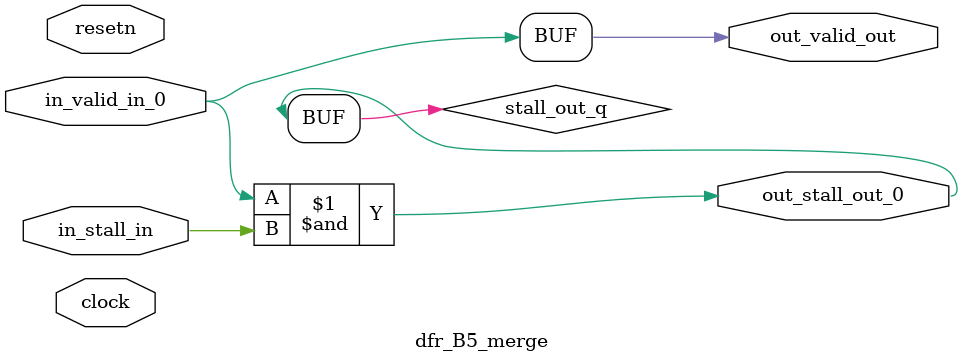
<source format=sv>



(* altera_attribute = "-name AUTO_SHIFT_REGISTER_RECOGNITION OFF; -name MESSAGE_DISABLE 10036; -name MESSAGE_DISABLE 10037; -name MESSAGE_DISABLE 14130; -name MESSAGE_DISABLE 14320; -name MESSAGE_DISABLE 15400; -name MESSAGE_DISABLE 14130; -name MESSAGE_DISABLE 10036; -name MESSAGE_DISABLE 12020; -name MESSAGE_DISABLE 12030; -name MESSAGE_DISABLE 12010; -name MESSAGE_DISABLE 12110; -name MESSAGE_DISABLE 14320; -name MESSAGE_DISABLE 13410; -name MESSAGE_DISABLE 113007; -name MESSAGE_DISABLE 10958" *)
module dfr_B5_merge (
    input wire [0:0] in_stall_in,
    input wire [0:0] in_valid_in_0,
    output wire [0:0] out_stall_out_0,
    output wire [0:0] out_valid_out,
    input wire clock,
    input wire resetn
    );

    wire [0:0] stall_out_q;


    // stall_out(LOGICAL,6)
    assign stall_out_q = in_valid_in_0 & in_stall_in;

    // out_stall_out_0(GPOUT,4)
    assign out_stall_out_0 = stall_out_q;

    // out_valid_out(GPOUT,5)
    assign out_valid_out = in_valid_in_0;

endmodule

</source>
